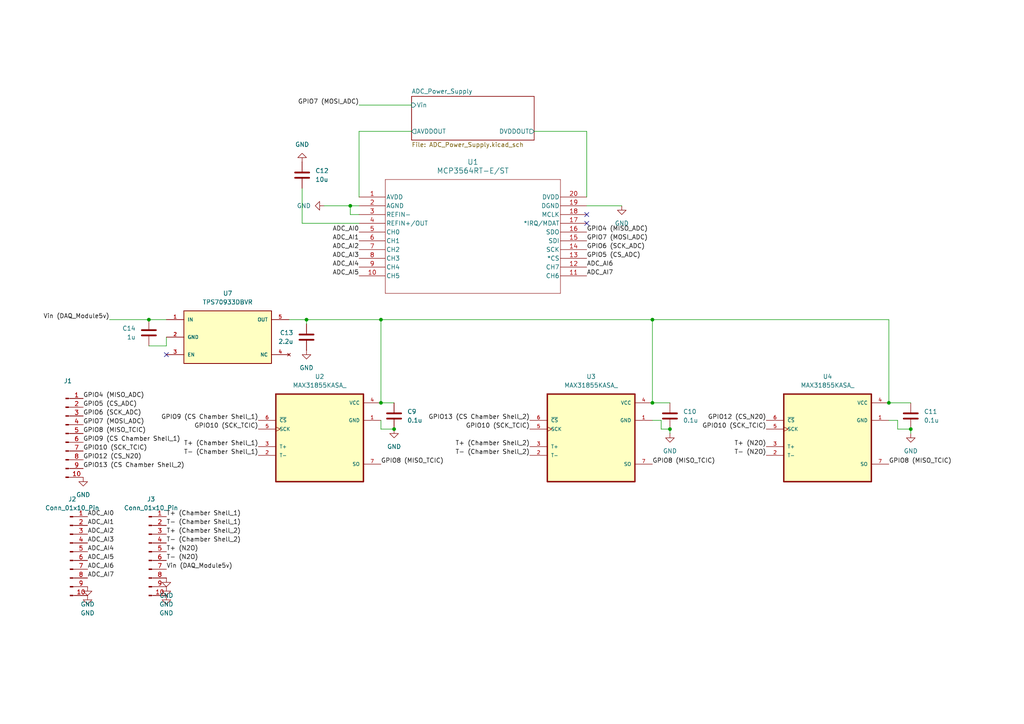
<source format=kicad_sch>
(kicad_sch (version 20250114) (generator "eeschema") (generator_version "9.0")
  (paper "A4")
  (lib_symbols
    (symbol "Connector:Conn_01x10_Pin" (pin_names (offset 1.016) (hide yes))
      (property "Reference" "J" (at 0 12.7 0))
      (property "Value" "Conn_01x10_Pin" (at 0 -15.24 0))
      (symbol "Conn_01x10_Pin_1_1"
        (rectangle (start 0.8636 10.287) (end 0 10.033) (stroke (width 0.1524)) (fill (type outline)))
        (rectangle (start 0.8636 7.747) (end 0 7.493) (stroke (width 0.1524)) (fill (type outline)))
        (rectangle (start 0.8636 5.207) (end 0 4.953) (stroke (width 0.1524)) (fill (type outline)))
        (rectangle (start 0.8636 2.667) (end 0 2.413) (stroke (width 0.1524)) (fill (type outline)))
        (rectangle (start 0.8636 0.127) (end 0 -0.127) (stroke (width 0.1524)) (fill (type outline)))
        (rectangle (start 0.8636 -2.413) (end 0 -2.667) (stroke (width 0.1524)) (fill (type outline)))
        (rectangle (start 0.8636 -4.953) (end 0 -5.207) (stroke (width 0.1524)) (fill (type outline)))
        (rectangle (start 0.8636 -7.493) (end 0 -7.747) (stroke (width 0.1524)) (fill (type outline)))
        (rectangle (start 0.8636 -10.033) (end 0 -10.287) (stroke (width 0.1524)) (fill (type outline)))
        (rectangle (start 0.8636 -12.573) (end 0 -12.827) (stroke (width 0.1524)) (fill (type outline)))
        (polyline (pts (xy 1.27 10.16) (xy 0.8636 10.16)) (stroke (width 0.1524)))
        (polyline (pts (xy 1.27 7.62) (xy 0.8636 7.62)) (stroke (width 0.1524)))
        (polyline (pts (xy 1.27 5.08) (xy 0.8636 5.08)) (stroke (width 0.1524)))
        (polyline (pts (xy 1.27 2.54) (xy 0.8636 2.54)) (stroke (width 0.1524)))
        (polyline (pts (xy 1.27 0) (xy 0.8636 0)) (stroke (width 0.1524)))
        (polyline (pts (xy 1.27 -2.54) (xy 0.8636 -2.54)) (stroke (width 0.1524)))
        (polyline (pts (xy 1.27 -5.08) (xy 0.8636 -5.08)) (stroke (width 0.1524)))
        (polyline (pts (xy 1.27 -7.62) (xy 0.8636 -7.62)) (stroke (width 0.1524)))
        (polyline (pts (xy 1.27 -10.16) (xy 0.8636 -10.16)) (stroke (width 0.1524)))
        (polyline (pts (xy 1.27 -12.7) (xy 0.8636 -12.7)) (stroke (width 0.1524)))
        (pin passive line (at 5.08 10.16 180) (length 3.81) (name "Pin_1") (number "1"))
        (pin passive line (at 5.08 7.62 180) (length 3.81) (name "Pin_2") (number "2"))
        (pin passive line (at 5.08 5.08 180) (length 3.81) (name "Pin_3") (number "3"))
        (pin passive line (at 5.08 2.54 180) (length 3.81) (name "Pin_4") (number "4"))
        (pin passive line (at 5.08 0 180) (length 3.81) (name "Pin_5") (number "5"))
        (pin passive line (at 5.08 -2.54 180) (length 3.81) (name "Pin_6") (number "6"))
        (pin passive line (at 5.08 -5.08 180) (length 3.81) (name "Pin_7") (number "7"))
        (pin passive line (at 5.08 -7.62 180) (length 3.81) (name "Pin_8") (number "8"))
        (pin passive line (at 5.08 -10.16 180) (length 3.81) (name "Pin_9") (number "9"))
        (pin passive line (at 5.08 -12.7 180) (length 3.81) (name "Pin_10") (number "10"))
      )
    )
    (symbol "Device:C" (pin_numbers (hide yes)) (pin_names (offset 0.254))
      (property "Reference" "C" (at 0.635 2.54 0))
      (property "Value" "C" (at 0.635 -2.54 0))
      (symbol "C_0_1"
        (polyline (pts (xy -2.032 0.762) (xy 2.032 0.762)) (stroke (width 0.508)))
        (polyline (pts (xy -2.032 -0.762) (xy 2.032 -0.762)) (stroke (width 0.508)))
      )
      (symbol "C_1_1"
        (pin passive line (at 0 3.81 270) (length 2.794) (name "~") (number "1"))
        (pin passive line (at 0 -3.81 90) (length 2.794) (name "~") (number "2"))
      )
    )
    (symbol "MAX31855KASA:MAX31855KASA_" (pin_names (offset 1.016))
      (property "Reference" "U" (at -12.7 13.7 0))
      (property "Value" "MAX31855KASA_" (at -12.7 -16.7 0))
      (symbol "MAX31855KASA__0_0"
        (rectangle (start -12.7 -12.7) (end 12.7 12.7) (stroke (width 0.41)) (fill (type background)))
        (pin input line (at -17.78 5.08 0) (length 5.08) (name "~{CS}") (number "6"))
        (pin input clock (at -17.78 2.54 0) (length 5.08) (name "SCK") (number "5"))
        (pin input line (at -17.78 -2.54 0) (length 5.08) (name "T+") (number "3"))
        (pin input line (at -17.78 -5.08 0) (length 5.08) (name "T-") (number "2"))
        (pin power_in line (at 17.78 10.16 180) (length 5.08) (name "VCC") (number "4"))
        (pin power_in line (at 17.78 5.08 180) (length 5.08) (name "GND") (number "1"))
        (pin output line (at 17.78 -7.62 180) (length 5.08) (name "SO") (number "7"))
      )
    )
    (symbol "MAX31855KASA__1" (pin_names (offset 1.016))
      (property "Reference" "U" (at -12.7 13.7 0))
      (property "Value" "MAX31855KASA_" (at -12.7 -16.7 0))
      (symbol "MAX31855KASA__1_0_0"
        (rectangle (start -12.7 -12.7) (end 12.7 12.7) (stroke (width 0.41)) (fill (type background)))
        (pin input line (at -17.78 5.08 0) (length 5.08) (name "~{CS}") (number "6"))
        (pin input clock (at -17.78 2.54 0) (length 5.08) (name "SCK") (number "5"))
        (pin input line (at -17.78 -2.54 0) (length 5.08) (name "T+") (number "3"))
        (pin input line (at -17.78 -5.08 0) (length 5.08) (name "T-") (number "2"))
        (pin power_in line (at 17.78 10.16 180) (length 5.08) (name "VCC") (number "4"))
        (pin power_in line (at 17.78 5.08 180) (length 5.08) (name "GND") (number "1"))
        (pin output line (at 17.78 -7.62 180) (length 5.08) (name "SO") (number "7"))
      )
    )
    (symbol "MAX31855KASA__2" (pin_names (offset 1.016))
      (property "Reference" "U" (at -12.7 13.7 0))
      (property "Value" "MAX31855KASA_" (at -12.7 -16.7 0))
      (symbol "MAX31855KASA__2_0_0"
        (rectangle (start -12.7 -12.7) (end 12.7 12.7) (stroke (width 0.41)) (fill (type background)))
        (pin input line (at -17.78 5.08 0) (length 5.08) (name "~{CS}") (number "6"))
        (pin input clock (at -17.78 2.54 0) (length 5.08) (name "SCK") (number "5"))
        (pin input line (at -17.78 -2.54 0) (length 5.08) (name "T+") (number "3"))
        (pin input line (at -17.78 -5.08 0) (length 5.08) (name "T-") (number "2"))
        (pin power_in line (at 17.78 10.16 180) (length 5.08) (name "VCC") (number "4"))
        (pin power_in line (at 17.78 5.08 180) (length 5.08) (name "GND") (number "1"))
        (pin output line (at 17.78 -7.62 180) (length 5.08) (name "SO") (number "7"))
      )
    )
    (symbol "MCP3564RT-E/ST:MCP3564RT-E_ST" (pin_names (offset 0.254))
      (property "Reference" "U" (at 33.02 10.16 0))
      (property "Value" "MCP3564RT-E/ST" (at 33.02 7.62 0))
      (symbol "MCP3564RT-E_ST_0_1"
        (polyline (pts (xy 7.62 5.08) (xy 7.62 -27.94)) (stroke (width 0.127)))
        (polyline (pts (xy 7.62 -27.94) (xy 58.42 -27.94)) (stroke (width 0.127)))
        (polyline (pts (xy 58.42 5.08) (xy 7.62 5.08)) (stroke (width 0.127)))
        (polyline (pts (xy 58.42 -27.94) (xy 58.42 5.08)) (stroke (width 0.127)))
        (pin power_in line (at 0 0 0) (length 7.62) (name "AVDD") (number "1"))
        (pin power_out line (at 0 -2.54 0) (length 7.62) (name "AGND") (number "2"))
        (pin input line (at 0 -5.08 0) (length 7.62) (name "REFIN-") (number "3"))
        (pin bidirectional line (at 0 -7.62 0) (length 7.62) (name "REFIN+/OUT") (number "4"))
        (pin input line (at 0 -10.16 0) (length 7.62) (name "CH0") (number "5"))
        (pin input line (at 0 -12.7 0) (length 7.62) (name "CH1") (number "6"))
        (pin input line (at 0 -15.24 0) (length 7.62) (name "CH2") (number "7"))
        (pin input line (at 0 -17.78 0) (length 7.62) (name "CH3") (number "8"))
        (pin input line (at 0 -20.32 0) (length 7.62) (name "CH4") (number "9"))
        (pin input line (at 0 -22.86 0) (length 7.62) (name "CH5") (number "10"))
        (pin power_in line (at 66.04 0 180) (length 7.62) (name "DVDD") (number "20"))
        (pin power_out line (at 66.04 -2.54 180) (length 7.62) (name "DGND") (number "19"))
        (pin bidirectional line (at 66.04 -5.08 180) (length 7.62) (name "MCLK") (number "18"))
        (pin output line (at 66.04 -7.62 180) (length 7.62) (name "*IRQ/MDAT") (number "17"))
        (pin output line (at 66.04 -10.16 180) (length 7.62) (name "SDO") (number "16"))
        (pin input line (at 66.04 -12.7 180) (length 7.62) (name "SDI") (number "15"))
        (pin input line (at 66.04 -15.24 180) (length 7.62) (name "SCK") (number "14"))
        (pin input line (at 66.04 -17.78 180) (length 7.62) (name "*CS") (number "13"))
        (pin input line (at 66.04 -20.32 180) (length 7.62) (name "CH7") (number "12"))
        (pin input line (at 66.04 -22.86 180) (length 7.62) (name "CH6") (number "11"))
      )
    )
    (symbol "TPS70933DBVR_1" (pin_names (offset 1.016))
      (property "Reference" "U" (at -12.7 8.382 0))
      (property "Value" "TPS70933DBVR" (at -12.7 -10.16 0))
      (symbol "TPS70933DBVR_1_0_0"
        (rectangle (start -12.7 -7.62) (end 12.7 7.62) (stroke (width 0.254)) (fill (type background)))
        (pin input line (at -17.78 5.08 0) (length 5.08) (name "IN") (number "1"))
        (pin power_in line (at -17.78 0 0) (length 5.08) (name "GND") (number "2"))
        (pin input line (at -17.78 -5.08 0) (length 5.08) (name "EN") (number "3"))
        (pin output line (at 17.78 5.08 180) (length 5.08) (name "OUT") (number "5"))
        (pin no_connect line (at 17.78 -5.08 180) (length 5.08) (name "NC") (number "4"))
      )
    )
    (symbol "power:GND" (power) (pin_numbers (hide yes)) (pin_names (offset 0) (hide yes))
      (property "Value" "GND" (at 0 -3.81 0))
      (symbol "GND_0_1"
        (polyline (pts (xy 0 0) (xy 0 -1.27) (xy 1.27 -1.27) (xy 0 -2.54) (xy -1.27 -1.27) (xy 0 -1.27)))
      )
      (symbol "GND_1_1"
        (pin power_in line (at 0 0 270) (length 0) (name "~") (number "1"))
      )
    )
  )
  (junction (at 189.23 92.71))
  (junction (at 110.49 92.71))
  (junction (at 189.23 116.84))
  (junction (at 114.3 124.46))
  (junction (at 110.49 116.84))
  (junction (at 257.81 116.84))
  (junction (at 264.16 124.46))
  (junction (at 43.18 92.71))
  (junction (at 194.31 124.46))
  (junction (at 88.9 92.71))
  (junction (at 101.6 59.69))
  (no_connect (at 170.18 64.77))
  (no_connect (at 170.18 62.23))
  (no_connect (at 48.26 102.87))
  (wire (pts (xy 189.23 92.71) (xy 110.49 92.71)))
  (wire (pts (xy 104.14 38.1) (xy 104.14 57.15)))
  (wire (pts (xy 189.23 116.84) (xy 194.31 116.84)))
  (wire (pts (xy 119.38 30.48) (xy 104.14 30.48)))
  (wire (pts (xy 88.9 92.71) (xy 83.82 92.71)))
  (wire (pts (xy 180.34 59.69) (xy 170.18 59.69)))
  (wire (pts (xy 48.26 100.33) (xy 48.26 97.79)))
  (wire (pts (xy 110.49 124.46) (xy 114.3 124.46)))
  (wire (pts (xy 104.14 64.77) (xy 87.63 64.77)))
  (wire (pts (xy 264.16 125.73) (xy 264.16 124.46)))
  (wire (pts (xy 257.81 121.92) (xy 260.35 121.92)))
  (wire (pts (xy 110.49 121.92) (xy 110.49 124.46)))
  (wire (pts (xy 101.6 59.69) (xy 104.14 59.69)))
  (wire (pts (xy 101.6 62.23) (xy 104.14 62.23)))
  (wire (pts (xy 110.49 92.71) (xy 110.49 116.84)))
  (wire (pts (xy 191.77 124.46) (xy 194.31 124.46)))
  (wire (pts (xy 48.26 92.71) (xy 43.18 92.71)))
  (wire (pts (xy 154.94 38.1) (xy 170.18 38.1)))
  (wire (pts (xy 101.6 59.69) (xy 101.6 62.23)))
  (wire (pts (xy 260.35 124.46) (xy 264.16 124.46)))
  (wire (pts (xy 43.18 100.33) (xy 48.26 100.33)))
  (wire (pts (xy 191.77 121.92) (xy 191.77 124.46)))
  (wire (pts (xy 257.81 92.71) (xy 189.23 92.71)))
  (wire (pts (xy 88.9 92.71) (xy 88.9 93.98)))
  (wire (pts (xy 114.3 116.84) (xy 110.49 116.84)))
  (wire (pts (xy 119.38 38.1) (xy 104.14 38.1)))
  (wire (pts (xy 87.63 54.61) (xy 87.63 64.77)))
  (wire (pts (xy 189.23 116.84) (xy 189.23 92.71)))
  (wire (pts (xy 93.98 59.69) (xy 101.6 59.69)))
  (wire (pts (xy 88.9 92.71) (xy 110.49 92.71)))
  (wire (pts (xy 189.23 121.92) (xy 191.77 121.92)))
  (wire (pts (xy 43.18 92.71) (xy 31.75 92.71)))
  (wire (pts (xy 170.18 38.1) (xy 170.18 57.15)))
  (wire (pts (xy 260.35 121.92) (xy 260.35 124.46)))
  (wire (pts (xy 257.81 116.84) (xy 264.16 116.84)))
  (wire (pts (xy 194.31 125.73) (xy 194.31 124.46)))
  (wire (pts (xy 257.81 116.84) (xy 257.81 92.71)))
  (label "T+ (Chamber Shell_1)" (at 74.93 129.54 180))
  (label "T+ (Chamber Shell_2)" (at 48.26 154.94 0))
  (label "Vin (DAQ_Module5v)" (at 31.75 92.71 180))
  (label "GPIO6 (SCK_ADC)" (at 24.13 120.65 0))
  (label "ADC_AI6" (at 25.4 165.1 0))
  (label "T+ (Chamber Shell_1)" (at 48.26 149.86 0))
  (label "T+ (N2O)" (at 48.26 160.02 0))
  (label "GPIO7 (MOSI_ADC)" (at 24.13 123.19 0))
  (label "ADC_AI3" (at 25.4 157.48 0))
  (label "GPIO8 (MISO_TCIC)" (at 257.81 134.62 0))
  (label "GPIO7 (MOSI_ADC)" (at 170.18 69.85 0))
  (label "T- (N2O)" (at 48.26 162.56 0))
  (label "GPIO5 (CS_ADC)" (at 170.18 74.93 0))
  (label "ADC_AI2" (at 25.4 154.94 0))
  (label "T- (Chamber Shell_2)" (at 153.67 132.08 180))
  (label "ADC_AI0" (at 25.4 149.86 0))
  (label "GPIO6 (SCK_ADC)" (at 170.18 72.39 0))
  (label "GPIO9 (CS Chamber Shell_1)" (at 74.93 121.92 180))
  (label "T- (N2O)" (at 222.25 132.08 180))
  (label "ADC_AI4" (at 104.14 77.47 180))
  (label "GPIO12 (CS_N20)" (at 222.25 121.92 180))
  (label "T+ (N2O)" (at 222.25 129.54 180))
  (label "GPIO8 (MISO_TCIC)" (at 24.13 125.73 0))
  (label "GPIO4 (MISO_ADC)" (at 24.13 115.57 0))
  (label "GPIO8 (MISO_TCIC)" (at 189.23 134.62 0))
  (label "ADC_AI3" (at 104.14 74.93 180))
  (label "GPIO10 (SCK_TCIC)" (at 222.25 124.46 180))
  (label "GPIO7 (MOSI_ADC)" (at 104.14 30.48 180))
  (label "ADC_AI5" (at 25.4 162.56 0))
  (label "T- (Chamber Shell_2)" (at 48.26 157.48 0))
  (label "T+ (Chamber Shell_2)" (at 153.67 129.54 180))
  (label "ADC_AI1" (at 104.14 69.85 180))
  (label "ADC_AI4" (at 25.4 160.02 0))
  (label "GPIO10 (SCK_TCIC)" (at 74.93 124.46 180))
  (label "GPIO10 (SCK_TCIC)" (at 153.67 124.46 180))
  (label "ADC_AI0" (at 104.14 67.31 180))
  (label "ADC_AI7" (at 25.4 167.64 0))
  (label "GPIO13 (CS Chamber Shell_2)" (at 24.13 135.89 0))
  (label "T- (Chamber Shell_1)" (at 48.26 152.4 0))
  (label "ADC_AI7" (at 170.18 80.01 0))
  (label "GPIO8 (MISO_TCIC)" (at 110.49 134.62 0))
  (label "ADC_AI6" (at 170.18 77.47 0))
  (label "GPIO13 (CS Chamber Shell_2)" (at 153.67 121.92 180))
  (label "GPIO12 (CS_N20)" (at 24.13 133.35 0))
  (label "GPIO5 (CS_ADC)" (at 24.13 118.11 0))
  (label "GPIO4 (MISO_ADC)" (at 170.18 67.31 0))
  (label "ADC_AI1" (at 25.4 152.4 0))
  (label "ADC_AI2" (at 104.14 72.39 180))
  (label "T- (Chamber Shell_1)" (at 74.93 132.08 180))
  (label "GPIO9 (CS Chamber Shell_1)" (at 24.13 128.27 0))
  (label "GPIO10 (SCK_TCIC)" (at 24.13 130.81 0))
  (label "ADC_AI5" (at 104.14 80.01 180))
  (label "Vin (DAQ_Module5v)" (at 48.26 165.1 0))
  (symbol (lib_id "MAX31855KASA:MAX31855KASA_") (at 240.03 127 0) (unit 1)
    (property "Reference" "U4" (at 240.03 109.22 0))
    (property "Value" "MAX31855KASA_" (at 240.03 111.76 0))
    (property "Footprint" "MAX31855KASA_:SOIC127P600X175-8N" (effects (hide yes)))
    (property "Description" "Temperature sensor; -270÷1768°C; SO8; SMD; 3÷3.6VDC; 900uA; 5MHz" (effects (hide yes)))
    (property "MF" "Maxim Integrated" (effects (hide yes)))
    (property "DESCRIPTION" "Temperature sensor; -270÷1768°C; SO8; SMD; 3÷3.6VDC; 900uA; 5MHz" (effects (hide yes)))
    (property "PACKAGE" "SOIC-8 Maxim" (effects (hide yes)))
    (property "PRICE" "None" (effects (hide yes)))
    (property "MP" "MAX31855KASA+" (effects (hide yes)))
    (property "AVAILABILITY" "Unavailable" (effects (hide yes)))
  )
  (symbol (lib_id "power:GND") (at 24.13 138.43 0) (unit 1)
    (property "Reference" "#PWR01" (effects (hide yes)))
    (property "Value" "GND" (at 24.13 143.51 0))
    (property "Description" "Power symbol creates a global label with name \"GND\" , ground" (effects (hide yes)))
  )
  (symbol (lib_id "power:GND") (at 25.4 172.72 0) (unit 1)
    (property "Reference" "#PWR02" (effects (hide yes)))
    (property "Value" "GND" (at 25.4 177.8 0))
    (property "Description" "Power symbol creates a global label with name \"GND\" , ground" (effects (hide yes)))
  )
  (symbol (lib_id "Device:C") (at 114.3 120.65 0) (unit 1)
    (property "Reference" "C9" (at 118.11 119.3799 0) (effects (justify left)))
    (property "Value" "0.1u" (at 118.11 121.9199 0) (effects (justify left)))
    (property "Description" "Unpolarized capacitor" (effects (hide yes)))
  )
  (symbol (lib_name "TPS70933DBVR_1") (lib_id "TPS70933DBVR:TPS70933DBVR") (at 66.04 97.79 0) (unit 1)
    (property "Reference" "U7" (at 66.04 85.09 0))
    (property "Value" "TPS70933DBVR" (at 66.04 87.63 0))
    (property "Footprint" "TPS70933DBVR:SOT95P280X145-5N" (effects (hide yes)))
    (property "MAXIMUM_PACKAGE_HEIGHT" "1.45mm" (effects (hide yes)))
    (property "CREATOR" "ANA" (effects (hide yes)))
    (property "STANDARD" "IPC-7351B" (effects (hide yes)))
    (property "PARTREV" "H" (effects (hide yes)))
    (property "VERIFIER" "RODRIGO" (effects (hide yes)))
    (property "MANUFACTURER" "Texas Instruments" (effects (hide yes)))
  )
  (symbol (lib_id "Connector:Conn_01x10_Pin") (at 20.32 160.02 0) (unit 1)
    (property "Reference" "J2" (at 20.955 144.78 0))
    (property "Value" "Conn_01x10_Pin" (at 20.955 147.32 0))
    (property "Description" "Generic connector, single row, 01x10, script generated" (effects (hide yes)))
  )
  (symbol (lib_name "MAX31855KASA__1") (lib_id "MAX31855KASA:MAX31855KASA_") (at 92.71 127 0) (unit 1)
    (property "Reference" "U2" (at 92.71 109.22 0))
    (property "Value" "MAX31855KASA_" (at 92.71 111.76 0))
    (property "Footprint" "MAX31855KASA_:SOIC127P600X175-8N" (effects (hide yes)))
    (property "Description" "Temperature sensor; -270÷1768°C; SO8; SMD; 3÷3.6VDC; 900uA; 5MHz" (effects (hide yes)))
    (property "MF" "Maxim Integrated" (effects (hide yes)))
    (property "DESCRIPTION" "Temperature sensor; -270÷1768°C; SO8; SMD; 3÷3.6VDC; 900uA; 5MHz" (effects (hide yes)))
    (property "PACKAGE" "SOIC-8 Maxim" (effects (hide yes)))
    (property "PRICE" "None" (effects (hide yes)))
    (property "MP" "MAX31855KASA+" (effects (hide yes)))
    (property "AVAILABILITY" "Unavailable" (effects (hide yes)))
  )
  (symbol (lib_id "power:GND") (at 48.26 167.64 0) (unit 1)
    (property "Reference" "#PWR06" (effects (hide yes)))
    (property "Value" "GND" (at 48.26 172.72 0))
    (property "Description" "Power symbol creates a global label with name \"GND\" , ground" (effects (hide yes)))
  )
  (symbol (lib_id "power:GND") (at 264.16 125.73 0) (unit 1)
    (property "Reference" "#PWR014" (effects (hide yes)))
    (property "Value" "GND" (at 264.16 130.81 0))
    (property "Description" "Power symbol creates a global label with name \"GND\" , ground" (effects (hide yes)))
  )
  (symbol (lib_id "power:GND") (at 93.98 59.69 270) (unit 1)
    (property "Reference" "#PWR018" (effects (hide yes)))
    (property "Value" "GND" (at 90.17 59.6899 90) (effects (justify right)))
    (property "Description" "Power symbol creates a global label with name \"GND\" , ground" (effects (hide yes)))
  )
  (symbol (lib_id "power:GND") (at 48.26 170.18 0) (unit 1)
    (property "Reference" "#PWR07" (effects (hide yes)))
    (property "Value" "GND" (at 48.26 175.26 0))
    (property "Description" "Power symbol creates a global label with name \"GND\" , ground" (effects (hide yes)))
  )
  (symbol (lib_name "MAX31855KASA__2") (lib_id "MAX31855KASA:MAX31855KASA_") (at 171.45 127 0) (unit 1)
    (property "Reference" "U3" (at 171.45 109.22 0))
    (property "Value" "MAX31855KASA_" (at 171.45 111.76 0))
    (property "Footprint" "MAX31855KASA_:SOIC127P600X175-8N" (effects (hide yes)))
    (property "Description" "Temperature sensor; -270÷1768°C; SO8; SMD; 3÷3.6VDC; 900uA; 5MHz" (effects (hide yes)))
    (property "MF" "Maxim Integrated" (effects (hide yes)))
    (property "DESCRIPTION" "Temperature sensor; -270÷1768°C; SO8; SMD; 3÷3.6VDC; 900uA; 5MHz" (effects (hide yes)))
    (property "PACKAGE" "SOIC-8 Maxim" (effects (hide yes)))
    (property "PRICE" "None" (effects (hide yes)))
    (property "MP" "MAX31855KASA+" (effects (hide yes)))
    (property "AVAILABILITY" "Unavailable" (effects (hide yes)))
  )
  (symbol (lib_id "power:GND") (at 194.31 125.73 0) (unit 1)
    (property "Reference" "#PWR013" (effects (hide yes)))
    (property "Value" "GND" (at 194.31 130.81 0))
    (property "Description" "Power symbol creates a global label with name \"GND\" , ground" (effects (hide yes)))
  )
  (symbol (lib_id "power:GND") (at 180.34 59.69 0) (mirror y) (unit 1)
    (property "Reference" "#PWR019" (effects (hide yes)))
    (property "Value" "GND" (at 180.34 64.77 0))
    (property "Description" "Power symbol creates a global label with name \"GND\" , ground" (effects (hide yes)))
  )
  (symbol (lib_id "Device:C") (at 88.9 97.79 0) (mirror y) (unit 1)
    (property "Reference" "C13" (at 85.09 96.5199 0) (effects (justify left)))
    (property "Value" "2.2u" (at 85.09 99.0599 0) (effects (justify left)))
    (property "Description" "Unpolarized capacitor" (effects (hide yes)))
  )
  (symbol (lib_id "power:GND") (at 114.3 124.46 0) (unit 1)
    (property "Reference" "#PWR08" (effects (hide yes)))
    (property "Value" "GND" (at 114.3 129.54 0))
    (property "Description" "Power symbol creates a global label with name \"GND\" , ground" (effects (hide yes)))
  )
  (symbol (lib_id "power:GND") (at 48.26 172.72 0) (unit 1)
    (property "Reference" "#PWR03" (effects (hide yes)))
    (property "Value" "GND" (at 48.26 177.8 0))
    (property "Description" "Power symbol creates a global label with name \"GND\" , ground" (effects (hide yes)))
  )
  (symbol (lib_id "power:GND") (at 88.9 101.6 0) (mirror y) (unit 1)
    (property "Reference" "#PWR05" (effects (hide yes)))
    (property "Value" "GND" (at 88.9 106.68 0))
    (property "Description" "Power symbol creates a global label with name \"GND\" , ground" (effects (hide yes)))
  )
  (symbol (lib_id "Device:C") (at 43.18 96.52 0) (mirror y) (unit 1)
    (property "Reference" "C14" (at 39.37 95.2499 0) (effects (justify left)))
    (property "Value" "1u" (at 39.37 97.7899 0) (effects (justify left)))
    (property "Description" "Unpolarized capacitor" (effects (hide yes)))
  )
  (symbol (lib_id "power:GND") (at 25.4 170.18 0) (unit 1)
    (property "Reference" "#PWR04" (effects (hide yes)))
    (property "Value" "GND" (at 25.4 175.26 0))
    (property "Description" "Power symbol creates a global label with name \"GND\" , ground" (effects (hide yes)))
  )
  (symbol (lib_id "Device:C") (at 264.16 120.65 0) (unit 1)
    (property "Reference" "C11" (at 267.97 119.3799 0) (effects (justify left)))
    (property "Value" "0.1u" (at 267.97 121.9199 0) (effects (justify left)))
    (property "Description" "Unpolarized capacitor" (effects (hide yes)))
  )
  (symbol (lib_id "power:GND") (at 87.63 46.99 0) (mirror x) (unit 1)
    (property "Reference" "#PWR015" (effects (hide yes)))
    (property "Value" "GND" (at 87.63 41.91 0))
    (property "Description" "Power symbol creates a global label with name \"GND\" , ground" (effects (hide yes)))
  )
  (symbol (lib_id "Connector:Conn_01x10_Pin") (at 19.05 125.73 0) (unit 1)
    (property "Reference" "J1" (at 19.685 110.49 0))
    (property "Value" "Conn_01x10_Pin" (effects (hide yes)))
    (property "Description" "Generic connector, single row, 01x10, script generated" (effects (hide yes)))
  )
  (symbol (lib_id "MCP3564RT-E/ST:MCP3564RT-E_ST") (at 104.14 57.15 0) (unit 1)
    (property "Reference" "U1" (at 137.16 46.99 0) (effects (font (size 1.524 1.524))))
    (property "Value" "MCP3564RT-E/ST" (at 137.16 49.53 0) (effects (font (size 1.524 1.524))))
    (property "Footprint" "TSSOP20_ST_MCH" (effects (hide yes)))
    (property "Datasheet" "MCP3564RT-E/ST" (effects (hide yes)))
  )
  (symbol (lib_id "Connector:Conn_01x10_Pin") (at 43.18 160.02 0) (unit 1)
    (property "Reference" "J3" (at 43.815 144.78 0))
    (property "Value" "Conn_01x10_Pin" (at 43.815 147.32 0))
    (property "Description" "Generic connector, single row, 01x10, script generated" (effects (hide yes)))
  )
  (symbol (lib_id "Device:C") (at 194.31 120.65 0) (unit 1)
    (property "Reference" "C10" (at 198.12 119.3799 0) (effects (justify left)))
    (property "Value" "0.1u" (at 198.12 121.9199 0) (effects (justify left)))
    (property "Description" "Unpolarized capacitor" (effects (hide yes)))
  )
  (symbol (lib_id "Device:C") (at 87.63 50.8 0) (unit 1)
    (property "Reference" "C12" (at 91.44 49.5299 0) (effects (justify left)))
    (property "Value" "10u" (at 91.44 52.0699 0) (effects (justify left)))
    (property "Description" "Unpolarized capacitor" (effects (hide yes)))
  )
  (sheet (at 119.38 27.94) (size 35.56 12.7) (stroke (width 0.1524))
    (property "Sheetname" "ADC_Power_Supply" (at 119.38 27.2284 0) (effects (justify left bottom)))
    (property "Sheetfile" "ADC_Power_Supply.kicad_sch" (at 119.38 41.2246 0) (effects (justify left top)))
    (pin "DVDDOUT" output (at 154.94 38.1 0))
    (pin "AVDDOUT" output (at 119.38 38.1 180))
    (pin "Vin" input (at 119.38 30.48 180))
  )
)
</source>
